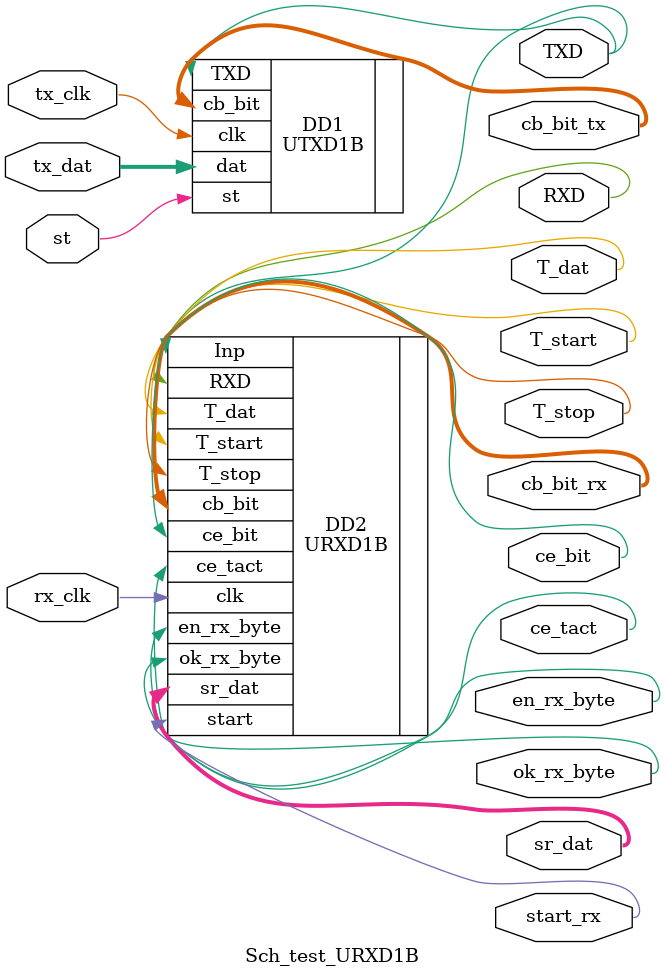
<source format=v>
module Sch_test_URXD1B( input tx_clk, 		output wire TXD,
								input st, 			output wire[3:0]cb_bit_tx,
								input[7:0]tx_dat, output wire en_rx_byte,
								input rx_clk, 		output wire [7:0]sr_dat,
														output wire [3:0]cb_bit_rx,
														output wire ok_rx_byte,
														output wire start_rx,
														output wire T_start,
														output wire T_dat,
														output wire T_stop,
														output wire ce_tact,
														output wire ce_bit,
														output wire RXD);
UTXD1B DD1 (.clk(tx_clk), .TXD(TXD),
				.dat(tx_dat), .cb_bit(cb_bit_tx),
				.st(st)) ;

URXD1B DD2 (.Inp(TXD), 		.en_rx_byte(en_rx_byte),
				.clk(rx_clk), 	.sr_dat(sr_dat),
									.cb_bit(cb_bit_rx),
									.ok_rx_byte(ok_rx_byte),
									.start(start_rx),
									.T_start(T_start),
									.T_dat(T_dat),
									.T_stop(T_stop),
									.ce_tact(ce_tact),
									.ce_bit(ce_bit),
									.RXD(RXD));
endmodule

</source>
